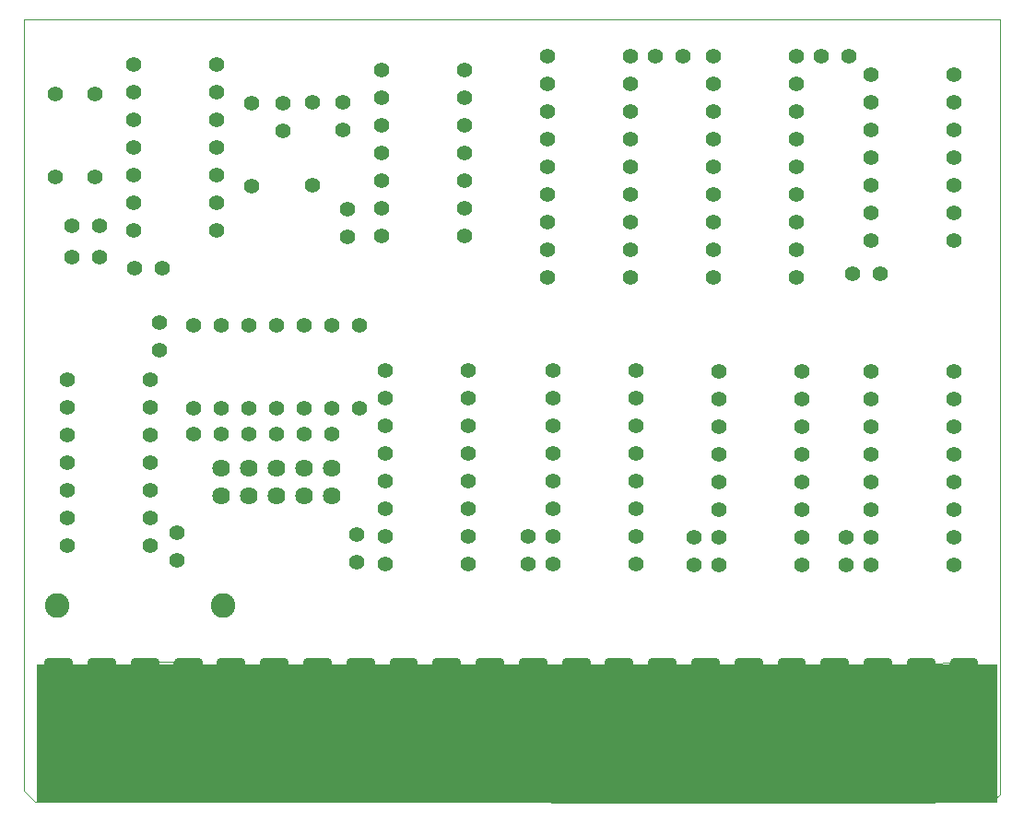
<source format=gbs>
G75*
%MOIN*%
%OFA0B0*%
%FSLAX25Y25*%
%IPPOS*%
%LPD*%
%AMOC8*
5,1,8,0,0,1.08239X$1,22.5*
%
%ADD10C,0.00000*%
%ADD11R,3.47638X0.50394*%
%ADD12C,0.05600*%
%ADD13C,0.08900*%
%ADD14C,0.03120*%
%ADD15C,0.06400*%
D10*
X0026198Y0006201D02*
X0030135Y0002299D01*
X0074623Y0002299D01*
X0074623Y0053087D01*
X0080135Y0053087D01*
X0080135Y0002299D01*
X0355331Y0001906D01*
X0355331Y0052299D01*
X0360843Y0052693D01*
X0360843Y0002299D01*
X0376198Y0002299D01*
X0378954Y0005055D01*
X0378954Y0051512D01*
X0378954Y0051394D02*
X0378954Y0285492D01*
X0026198Y0285492D01*
X0026198Y0052000D01*
X0026198Y0052201D02*
X0026198Y0006201D01*
D11*
X0204347Y0026984D03*
D12*
X0268300Y0087894D03*
X0277300Y0087894D03*
X0277300Y0097894D03*
X0268300Y0097894D03*
X0277300Y0107894D03*
X0277300Y0117894D03*
X0277300Y0127894D03*
X0277300Y0137894D03*
X0277300Y0147894D03*
X0277300Y0157894D03*
X0307300Y0157894D03*
X0307300Y0147894D03*
X0307300Y0137894D03*
X0307300Y0127894D03*
X0307300Y0117894D03*
X0307300Y0107894D03*
X0307300Y0097894D03*
X0307300Y0087894D03*
X0323300Y0087894D03*
X0332300Y0087894D03*
X0332300Y0097894D03*
X0323300Y0097894D03*
X0332300Y0107894D03*
X0332300Y0117894D03*
X0332300Y0127894D03*
X0332300Y0137894D03*
X0332300Y0147894D03*
X0332300Y0157894D03*
X0362300Y0157894D03*
X0362300Y0147894D03*
X0362300Y0137894D03*
X0362300Y0127894D03*
X0362300Y0117894D03*
X0362300Y0107894D03*
X0362300Y0097894D03*
X0362300Y0087894D03*
X0247300Y0088394D03*
X0247300Y0098394D03*
X0247300Y0108394D03*
X0247300Y0118394D03*
X0247300Y0128394D03*
X0247300Y0138394D03*
X0247300Y0148394D03*
X0247300Y0158394D03*
X0217300Y0158394D03*
X0217300Y0148394D03*
X0217300Y0138394D03*
X0217300Y0128394D03*
X0217300Y0118394D03*
X0217300Y0108394D03*
X0217300Y0098394D03*
X0208300Y0098394D03*
X0208300Y0088394D03*
X0217300Y0088394D03*
X0186800Y0088394D03*
X0186800Y0098394D03*
X0186800Y0108394D03*
X0186800Y0118394D03*
X0186800Y0128394D03*
X0186800Y0138394D03*
X0186800Y0148394D03*
X0186800Y0158394D03*
X0156800Y0158394D03*
X0156800Y0148394D03*
X0147536Y0144661D03*
X0137536Y0144661D03*
X0127536Y0144661D03*
X0127418Y0135252D03*
X0137418Y0135252D03*
X0156800Y0138394D03*
X0156800Y0128394D03*
X0156800Y0118394D03*
X0156800Y0108394D03*
X0156800Y0098394D03*
X0146300Y0098894D03*
X0146300Y0088894D03*
X0156800Y0088394D03*
X0117418Y0135252D03*
X0107418Y0135252D03*
X0097418Y0135252D03*
X0097536Y0144661D03*
X0087536Y0144661D03*
X0087418Y0135252D03*
X0071800Y0134894D03*
X0071800Y0144894D03*
X0071800Y0154894D03*
X0075017Y0165685D03*
X0075017Y0175685D03*
X0087536Y0174661D03*
X0097536Y0174661D03*
X0107536Y0174661D03*
X0117536Y0174661D03*
X0127536Y0174661D03*
X0137536Y0174661D03*
X0147536Y0174661D03*
X0117536Y0144661D03*
X0107536Y0144661D03*
X0071800Y0124894D03*
X0071800Y0114894D03*
X0071800Y0104894D03*
X0081402Y0099591D03*
X0071800Y0094894D03*
X0081402Y0089591D03*
X0041800Y0094894D03*
X0041800Y0104894D03*
X0041800Y0114894D03*
X0041800Y0124894D03*
X0041800Y0134894D03*
X0041800Y0144894D03*
X0041800Y0154894D03*
X0066087Y0195394D03*
X0076087Y0195394D03*
X0065800Y0208894D03*
X0065800Y0218894D03*
X0065800Y0228894D03*
X0065800Y0238894D03*
X0065800Y0248894D03*
X0065800Y0258894D03*
X0065800Y0268894D03*
X0051800Y0258394D03*
X0037300Y0258394D03*
X0037300Y0228394D03*
X0051800Y0228394D03*
X0053300Y0210693D03*
X0043300Y0210693D03*
X0043300Y0199449D03*
X0053300Y0199449D03*
X0095800Y0208894D03*
X0095800Y0218894D03*
X0095800Y0228894D03*
X0095800Y0238894D03*
X0095800Y0248894D03*
X0095800Y0258894D03*
X0095800Y0268894D03*
X0108300Y0254894D03*
X0119800Y0254894D03*
X0130300Y0255394D03*
X0141300Y0255394D03*
X0141300Y0245394D03*
X0155300Y0246894D03*
X0155300Y0256894D03*
X0155300Y0266894D03*
X0185300Y0266894D03*
X0185300Y0256894D03*
X0185300Y0246894D03*
X0185300Y0236894D03*
X0185300Y0226894D03*
X0185300Y0216894D03*
X0185300Y0206894D03*
X0155300Y0206894D03*
X0155300Y0216894D03*
X0155300Y0226894D03*
X0155300Y0236894D03*
X0142934Y0216587D03*
X0142934Y0206587D03*
X0130300Y0225394D03*
X0108300Y0224894D03*
X0119800Y0244894D03*
X0215300Y0241894D03*
X0215300Y0251894D03*
X0215300Y0261894D03*
X0215300Y0271894D03*
X0245300Y0271894D03*
X0254418Y0271957D03*
X0264418Y0271957D03*
X0275300Y0271894D03*
X0275300Y0261894D03*
X0275300Y0251894D03*
X0275300Y0241894D03*
X0275300Y0231894D03*
X0275300Y0221894D03*
X0275300Y0211894D03*
X0275300Y0201894D03*
X0275300Y0191894D03*
X0245300Y0191894D03*
X0245300Y0201894D03*
X0245300Y0211894D03*
X0245300Y0221894D03*
X0245300Y0231894D03*
X0245300Y0241894D03*
X0245300Y0251894D03*
X0245300Y0261894D03*
X0215300Y0231894D03*
X0215300Y0221894D03*
X0215300Y0211894D03*
X0215300Y0201894D03*
X0215300Y0191894D03*
X0305300Y0191894D03*
X0305300Y0201894D03*
X0305300Y0211894D03*
X0305300Y0221894D03*
X0305300Y0231894D03*
X0305300Y0241894D03*
X0305300Y0251894D03*
X0305300Y0261894D03*
X0305300Y0271894D03*
X0314300Y0271894D03*
X0324300Y0271894D03*
X0332300Y0265394D03*
X0332300Y0255394D03*
X0332300Y0245394D03*
X0332300Y0235394D03*
X0332300Y0225394D03*
X0332300Y0215394D03*
X0332300Y0205394D03*
X0335800Y0193394D03*
X0325800Y0193394D03*
X0362300Y0205394D03*
X0362300Y0215394D03*
X0362300Y0225394D03*
X0362300Y0235394D03*
X0362300Y0245394D03*
X0362300Y0255394D03*
X0362300Y0265394D03*
D13*
X0098087Y0073244D03*
X0038087Y0073244D03*
D14*
X0034846Y0035706D02*
X0042126Y0035706D01*
X0034846Y0035706D02*
X0034846Y0052986D01*
X0042126Y0052986D01*
X0042126Y0035706D01*
X0042126Y0038825D02*
X0034846Y0038825D01*
X0034846Y0041944D02*
X0042126Y0041944D01*
X0042126Y0045063D02*
X0034846Y0045063D01*
X0034846Y0048182D02*
X0042126Y0048182D01*
X0042126Y0051301D02*
X0034846Y0051301D01*
X0050436Y0035706D02*
X0057716Y0035706D01*
X0050436Y0035706D02*
X0050436Y0052986D01*
X0057716Y0052986D01*
X0057716Y0035706D01*
X0057716Y0038825D02*
X0050436Y0038825D01*
X0050436Y0041944D02*
X0057716Y0041944D01*
X0057716Y0045063D02*
X0050436Y0045063D01*
X0050436Y0048182D02*
X0057716Y0048182D01*
X0057716Y0051301D02*
X0050436Y0051301D01*
X0066027Y0035706D02*
X0073307Y0035706D01*
X0066027Y0035706D02*
X0066027Y0052986D01*
X0073307Y0052986D01*
X0073307Y0035706D01*
X0073307Y0038825D02*
X0066027Y0038825D01*
X0066027Y0041944D02*
X0073307Y0041944D01*
X0073307Y0045063D02*
X0066027Y0045063D01*
X0066027Y0048182D02*
X0073307Y0048182D01*
X0073307Y0051301D02*
X0066027Y0051301D01*
X0081617Y0035706D02*
X0088897Y0035706D01*
X0081617Y0035706D02*
X0081617Y0052986D01*
X0088897Y0052986D01*
X0088897Y0035706D01*
X0088897Y0038825D02*
X0081617Y0038825D01*
X0081617Y0041944D02*
X0088897Y0041944D01*
X0088897Y0045063D02*
X0081617Y0045063D01*
X0081617Y0048182D02*
X0088897Y0048182D01*
X0088897Y0051301D02*
X0081617Y0051301D01*
X0097208Y0035706D02*
X0104488Y0035706D01*
X0097208Y0035706D02*
X0097208Y0052986D01*
X0104488Y0052986D01*
X0104488Y0035706D01*
X0104488Y0038825D02*
X0097208Y0038825D01*
X0097208Y0041944D02*
X0104488Y0041944D01*
X0104488Y0045063D02*
X0097208Y0045063D01*
X0097208Y0048182D02*
X0104488Y0048182D01*
X0104488Y0051301D02*
X0097208Y0051301D01*
X0112799Y0035706D02*
X0120079Y0035706D01*
X0112799Y0035706D02*
X0112799Y0052986D01*
X0120079Y0052986D01*
X0120079Y0035706D01*
X0120079Y0038825D02*
X0112799Y0038825D01*
X0112799Y0041944D02*
X0120079Y0041944D01*
X0120079Y0045063D02*
X0112799Y0045063D01*
X0112799Y0048182D02*
X0120079Y0048182D01*
X0120079Y0051301D02*
X0112799Y0051301D01*
X0128389Y0035706D02*
X0135669Y0035706D01*
X0128389Y0035706D02*
X0128389Y0052986D01*
X0135669Y0052986D01*
X0135669Y0035706D01*
X0135669Y0038825D02*
X0128389Y0038825D01*
X0128389Y0041944D02*
X0135669Y0041944D01*
X0135669Y0045063D02*
X0128389Y0045063D01*
X0128389Y0048182D02*
X0135669Y0048182D01*
X0135669Y0051301D02*
X0128389Y0051301D01*
X0143980Y0035706D02*
X0151260Y0035706D01*
X0143980Y0035706D02*
X0143980Y0052986D01*
X0151260Y0052986D01*
X0151260Y0035706D01*
X0151260Y0038825D02*
X0143980Y0038825D01*
X0143980Y0041944D02*
X0151260Y0041944D01*
X0151260Y0045063D02*
X0143980Y0045063D01*
X0143980Y0048182D02*
X0151260Y0048182D01*
X0151260Y0051301D02*
X0143980Y0051301D01*
X0159570Y0035706D02*
X0166850Y0035706D01*
X0159570Y0035706D02*
X0159570Y0052986D01*
X0166850Y0052986D01*
X0166850Y0035706D01*
X0166850Y0038825D02*
X0159570Y0038825D01*
X0159570Y0041944D02*
X0166850Y0041944D01*
X0166850Y0045063D02*
X0159570Y0045063D01*
X0159570Y0048182D02*
X0166850Y0048182D01*
X0166850Y0051301D02*
X0159570Y0051301D01*
X0175161Y0035706D02*
X0182441Y0035706D01*
X0175161Y0035706D02*
X0175161Y0052986D01*
X0182441Y0052986D01*
X0182441Y0035706D01*
X0182441Y0038825D02*
X0175161Y0038825D01*
X0175161Y0041944D02*
X0182441Y0041944D01*
X0182441Y0045063D02*
X0175161Y0045063D01*
X0175161Y0048182D02*
X0182441Y0048182D01*
X0182441Y0051301D02*
X0175161Y0051301D01*
X0190751Y0035706D02*
X0198031Y0035706D01*
X0190751Y0035706D02*
X0190751Y0052986D01*
X0198031Y0052986D01*
X0198031Y0035706D01*
X0198031Y0038825D02*
X0190751Y0038825D01*
X0190751Y0041944D02*
X0198031Y0041944D01*
X0198031Y0045063D02*
X0190751Y0045063D01*
X0190751Y0048182D02*
X0198031Y0048182D01*
X0198031Y0051301D02*
X0190751Y0051301D01*
X0206342Y0035706D02*
X0213622Y0035706D01*
X0206342Y0035706D02*
X0206342Y0052986D01*
X0213622Y0052986D01*
X0213622Y0035706D01*
X0213622Y0038825D02*
X0206342Y0038825D01*
X0206342Y0041944D02*
X0213622Y0041944D01*
X0213622Y0045063D02*
X0206342Y0045063D01*
X0206342Y0048182D02*
X0213622Y0048182D01*
X0213622Y0051301D02*
X0206342Y0051301D01*
X0221932Y0035706D02*
X0229212Y0035706D01*
X0221932Y0035706D02*
X0221932Y0052986D01*
X0229212Y0052986D01*
X0229212Y0035706D01*
X0229212Y0038825D02*
X0221932Y0038825D01*
X0221932Y0041944D02*
X0229212Y0041944D01*
X0229212Y0045063D02*
X0221932Y0045063D01*
X0221932Y0048182D02*
X0229212Y0048182D01*
X0229212Y0051301D02*
X0221932Y0051301D01*
X0237523Y0035706D02*
X0244803Y0035706D01*
X0237523Y0035706D02*
X0237523Y0052986D01*
X0244803Y0052986D01*
X0244803Y0035706D01*
X0244803Y0038825D02*
X0237523Y0038825D01*
X0237523Y0041944D02*
X0244803Y0041944D01*
X0244803Y0045063D02*
X0237523Y0045063D01*
X0237523Y0048182D02*
X0244803Y0048182D01*
X0244803Y0051301D02*
X0237523Y0051301D01*
X0253114Y0035706D02*
X0260394Y0035706D01*
X0253114Y0035706D02*
X0253114Y0052986D01*
X0260394Y0052986D01*
X0260394Y0035706D01*
X0260394Y0038825D02*
X0253114Y0038825D01*
X0253114Y0041944D02*
X0260394Y0041944D01*
X0260394Y0045063D02*
X0253114Y0045063D01*
X0253114Y0048182D02*
X0260394Y0048182D01*
X0260394Y0051301D02*
X0253114Y0051301D01*
X0268704Y0035706D02*
X0275984Y0035706D01*
X0268704Y0035706D02*
X0268704Y0052986D01*
X0275984Y0052986D01*
X0275984Y0035706D01*
X0275984Y0038825D02*
X0268704Y0038825D01*
X0268704Y0041944D02*
X0275984Y0041944D01*
X0275984Y0045063D02*
X0268704Y0045063D01*
X0268704Y0048182D02*
X0275984Y0048182D01*
X0275984Y0051301D02*
X0268704Y0051301D01*
X0284295Y0035706D02*
X0291575Y0035706D01*
X0284295Y0035706D02*
X0284295Y0052986D01*
X0291575Y0052986D01*
X0291575Y0035706D01*
X0291575Y0038825D02*
X0284295Y0038825D01*
X0284295Y0041944D02*
X0291575Y0041944D01*
X0291575Y0045063D02*
X0284295Y0045063D01*
X0284295Y0048182D02*
X0291575Y0048182D01*
X0291575Y0051301D02*
X0284295Y0051301D01*
X0299885Y0035706D02*
X0307165Y0035706D01*
X0299885Y0035706D02*
X0299885Y0052986D01*
X0307165Y0052986D01*
X0307165Y0035706D01*
X0307165Y0038825D02*
X0299885Y0038825D01*
X0299885Y0041944D02*
X0307165Y0041944D01*
X0307165Y0045063D02*
X0299885Y0045063D01*
X0299885Y0048182D02*
X0307165Y0048182D01*
X0307165Y0051301D02*
X0299885Y0051301D01*
X0315476Y0035706D02*
X0322756Y0035706D01*
X0315476Y0035706D02*
X0315476Y0052986D01*
X0322756Y0052986D01*
X0322756Y0035706D01*
X0322756Y0038825D02*
X0315476Y0038825D01*
X0315476Y0041944D02*
X0322756Y0041944D01*
X0322756Y0045063D02*
X0315476Y0045063D01*
X0315476Y0048182D02*
X0322756Y0048182D01*
X0322756Y0051301D02*
X0315476Y0051301D01*
X0331066Y0035706D02*
X0338346Y0035706D01*
X0331066Y0035706D02*
X0331066Y0052986D01*
X0338346Y0052986D01*
X0338346Y0035706D01*
X0338346Y0038825D02*
X0331066Y0038825D01*
X0331066Y0041944D02*
X0338346Y0041944D01*
X0338346Y0045063D02*
X0331066Y0045063D01*
X0331066Y0048182D02*
X0338346Y0048182D01*
X0338346Y0051301D02*
X0331066Y0051301D01*
X0346657Y0035706D02*
X0353937Y0035706D01*
X0346657Y0035706D02*
X0346657Y0052986D01*
X0353937Y0052986D01*
X0353937Y0035706D01*
X0353937Y0038825D02*
X0346657Y0038825D01*
X0346657Y0041944D02*
X0353937Y0041944D01*
X0353937Y0045063D02*
X0346657Y0045063D01*
X0346657Y0048182D02*
X0353937Y0048182D01*
X0353937Y0051301D02*
X0346657Y0051301D01*
X0362247Y0035706D02*
X0369527Y0035706D01*
X0362247Y0035706D02*
X0362247Y0052986D01*
X0369527Y0052986D01*
X0369527Y0035706D01*
X0369527Y0038825D02*
X0362247Y0038825D01*
X0362247Y0041944D02*
X0369527Y0041944D01*
X0369527Y0045063D02*
X0362247Y0045063D01*
X0362247Y0048182D02*
X0369527Y0048182D01*
X0369527Y0051301D02*
X0362247Y0051301D01*
D15*
X0137536Y0112929D03*
X0127536Y0112929D03*
X0117536Y0112929D03*
X0107536Y0112929D03*
X0097536Y0112929D03*
X0097536Y0122929D03*
X0107536Y0122929D03*
X0117536Y0122929D03*
X0127536Y0122929D03*
X0137536Y0122929D03*
M02*

</source>
